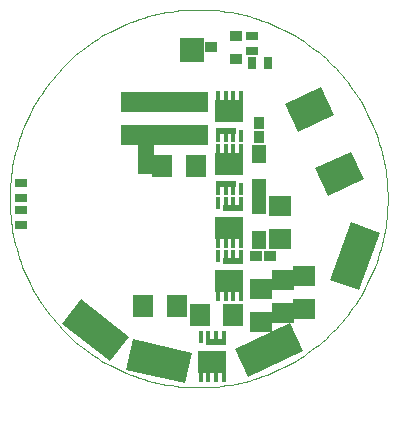
<source format=gts>
G75*
%MOIN*%
%OFA0B0*%
%FSLAX25Y25*%
%IPPOS*%
%LPD*%
%AMOC8*
5,1,8,0,0,1.08239X$1,22.5*
%
%ADD10C,0.00004*%
%ADD11R,0.01778X0.04337*%
%ADD12R,0.06896X0.01975*%
%ADD13R,0.09455X0.07487*%
%ADD14R,0.06699X0.07498*%
%ADD15R,0.05124X0.06306*%
%ADD16R,0.07487X0.06699*%
%ADD17R,0.06699X0.07487*%
%ADD18R,0.03313X0.04042*%
%ADD19R,0.04042X0.03313*%
%ADD20R,0.10243X0.13195*%
%ADD21R,0.03943X0.03156*%
%ADD22R,0.03943X0.03550*%
%ADD23R,0.03156X0.03943*%
%ADD24R,0.10400X0.20400*%
%ADD25R,0.05400X0.10400*%
%ADD26R,0.08274X0.08274*%
D10*
X0003244Y0070252D02*
X0003263Y0071798D01*
X0003320Y0073343D01*
X0003415Y0074886D01*
X0003547Y0076426D01*
X0003718Y0077963D01*
X0003926Y0079495D01*
X0004171Y0081021D01*
X0004454Y0082541D01*
X0004775Y0084054D01*
X0005132Y0085558D01*
X0005526Y0087053D01*
X0005956Y0088538D01*
X0006423Y0090011D01*
X0006926Y0091473D01*
X0007465Y0092923D01*
X0008039Y0094358D01*
X0008648Y0095779D01*
X0009292Y0097185D01*
X0009970Y0098574D01*
X0010682Y0099946D01*
X0011427Y0101301D01*
X0012206Y0102636D01*
X0013017Y0103953D01*
X0013860Y0105248D01*
X0014735Y0106523D01*
X0015640Y0107776D01*
X0016576Y0109007D01*
X0017543Y0110214D01*
X0018538Y0111397D01*
X0019562Y0112555D01*
X0020614Y0113688D01*
X0021694Y0114794D01*
X0022800Y0115874D01*
X0023933Y0116926D01*
X0025091Y0117950D01*
X0026274Y0118945D01*
X0027481Y0119912D01*
X0028712Y0120848D01*
X0029965Y0121753D01*
X0031240Y0122628D01*
X0032535Y0123471D01*
X0033852Y0124282D01*
X0035187Y0125061D01*
X0036542Y0125806D01*
X0037914Y0126518D01*
X0039303Y0127196D01*
X0040709Y0127840D01*
X0042130Y0128449D01*
X0043565Y0129023D01*
X0045015Y0129562D01*
X0046477Y0130065D01*
X0047950Y0130532D01*
X0049435Y0130962D01*
X0050930Y0131356D01*
X0052434Y0131713D01*
X0053947Y0132034D01*
X0055467Y0132317D01*
X0056993Y0132562D01*
X0058525Y0132770D01*
X0060062Y0132941D01*
X0061602Y0133073D01*
X0063145Y0133168D01*
X0064690Y0133225D01*
X0066236Y0133244D01*
X0067782Y0133225D01*
X0069327Y0133168D01*
X0070870Y0133073D01*
X0072410Y0132941D01*
X0073947Y0132770D01*
X0075479Y0132562D01*
X0077005Y0132317D01*
X0078525Y0132034D01*
X0080038Y0131713D01*
X0081542Y0131356D01*
X0083037Y0130962D01*
X0084522Y0130532D01*
X0085995Y0130065D01*
X0087457Y0129562D01*
X0088907Y0129023D01*
X0090342Y0128449D01*
X0091763Y0127840D01*
X0093169Y0127196D01*
X0094558Y0126518D01*
X0095930Y0125806D01*
X0097285Y0125061D01*
X0098620Y0124282D01*
X0099937Y0123471D01*
X0101232Y0122628D01*
X0102507Y0121753D01*
X0103760Y0120848D01*
X0104991Y0119912D01*
X0106198Y0118945D01*
X0107381Y0117950D01*
X0108539Y0116926D01*
X0109672Y0115874D01*
X0110778Y0114794D01*
X0111858Y0113688D01*
X0112910Y0112555D01*
X0113934Y0111397D01*
X0114929Y0110214D01*
X0115896Y0109007D01*
X0116832Y0107776D01*
X0117737Y0106523D01*
X0118612Y0105248D01*
X0119455Y0103953D01*
X0120266Y0102636D01*
X0121045Y0101301D01*
X0121790Y0099946D01*
X0122502Y0098574D01*
X0123180Y0097185D01*
X0123824Y0095779D01*
X0124433Y0094358D01*
X0125007Y0092923D01*
X0125546Y0091473D01*
X0126049Y0090011D01*
X0126516Y0088538D01*
X0126946Y0087053D01*
X0127340Y0085558D01*
X0127697Y0084054D01*
X0128018Y0082541D01*
X0128301Y0081021D01*
X0128546Y0079495D01*
X0128754Y0077963D01*
X0128925Y0076426D01*
X0129057Y0074886D01*
X0129152Y0073343D01*
X0129209Y0071798D01*
X0129228Y0070252D01*
X0129209Y0068706D01*
X0129152Y0067161D01*
X0129057Y0065618D01*
X0128925Y0064078D01*
X0128754Y0062541D01*
X0128546Y0061009D01*
X0128301Y0059483D01*
X0128018Y0057963D01*
X0127697Y0056450D01*
X0127340Y0054946D01*
X0126946Y0053451D01*
X0126516Y0051966D01*
X0126049Y0050493D01*
X0125546Y0049031D01*
X0125007Y0047581D01*
X0124433Y0046146D01*
X0123824Y0044725D01*
X0123180Y0043319D01*
X0122502Y0041930D01*
X0121790Y0040558D01*
X0121045Y0039203D01*
X0120266Y0037868D01*
X0119455Y0036551D01*
X0118612Y0035256D01*
X0117737Y0033981D01*
X0116832Y0032728D01*
X0115896Y0031497D01*
X0114929Y0030290D01*
X0113934Y0029107D01*
X0112910Y0027949D01*
X0111858Y0026816D01*
X0110778Y0025710D01*
X0109672Y0024630D01*
X0108539Y0023578D01*
X0107381Y0022554D01*
X0106198Y0021559D01*
X0104991Y0020592D01*
X0103760Y0019656D01*
X0102507Y0018751D01*
X0101232Y0017876D01*
X0099937Y0017033D01*
X0098620Y0016222D01*
X0097285Y0015443D01*
X0095930Y0014698D01*
X0094558Y0013986D01*
X0093169Y0013308D01*
X0091763Y0012664D01*
X0090342Y0012055D01*
X0088907Y0011481D01*
X0087457Y0010942D01*
X0085995Y0010439D01*
X0084522Y0009972D01*
X0083037Y0009542D01*
X0081542Y0009148D01*
X0080038Y0008791D01*
X0078525Y0008470D01*
X0077005Y0008187D01*
X0075479Y0007942D01*
X0073947Y0007734D01*
X0072410Y0007563D01*
X0070870Y0007431D01*
X0069327Y0007336D01*
X0067782Y0007279D01*
X0066236Y0007260D01*
X0064690Y0007279D01*
X0063145Y0007336D01*
X0061602Y0007431D01*
X0060062Y0007563D01*
X0058525Y0007734D01*
X0056993Y0007942D01*
X0055467Y0008187D01*
X0053947Y0008470D01*
X0052434Y0008791D01*
X0050930Y0009148D01*
X0049435Y0009542D01*
X0047950Y0009972D01*
X0046477Y0010439D01*
X0045015Y0010942D01*
X0043565Y0011481D01*
X0042130Y0012055D01*
X0040709Y0012664D01*
X0039303Y0013308D01*
X0037914Y0013986D01*
X0036542Y0014698D01*
X0035187Y0015443D01*
X0033852Y0016222D01*
X0032535Y0017033D01*
X0031240Y0017876D01*
X0029965Y0018751D01*
X0028712Y0019656D01*
X0027481Y0020592D01*
X0026274Y0021559D01*
X0025091Y0022554D01*
X0023933Y0023578D01*
X0022800Y0024630D01*
X0021694Y0025710D01*
X0020614Y0026816D01*
X0019562Y0027949D01*
X0018538Y0029107D01*
X0017543Y0030290D01*
X0016576Y0031497D01*
X0015640Y0032728D01*
X0014735Y0033981D01*
X0013860Y0035256D01*
X0013017Y0036551D01*
X0012206Y0037868D01*
X0011427Y0039203D01*
X0010682Y0040558D01*
X0009970Y0041930D01*
X0009292Y0043319D01*
X0008648Y0044725D01*
X0008039Y0046146D01*
X0007465Y0047581D01*
X0006926Y0049031D01*
X0006423Y0050493D01*
X0005956Y0051966D01*
X0005526Y0053451D01*
X0005132Y0054946D01*
X0004775Y0056450D01*
X0004454Y0057963D01*
X0004171Y0059483D01*
X0003926Y0061009D01*
X0003718Y0062541D01*
X0003547Y0064078D01*
X0003415Y0065618D01*
X0003320Y0067161D01*
X0003263Y0068706D01*
X0003244Y0070252D01*
D11*
X0066886Y0024091D03*
X0069445Y0024091D03*
X0072004Y0024091D03*
X0074563Y0024091D03*
X0074563Y0011098D03*
X0072004Y0011098D03*
X0069445Y0011098D03*
X0066886Y0011098D03*
X0072634Y0038087D03*
X0075193Y0038087D03*
X0077752Y0038087D03*
X0080311Y0038087D03*
X0080311Y0051079D03*
X0077752Y0051079D03*
X0075193Y0051079D03*
X0072634Y0051079D03*
X0072634Y0055803D03*
X0075193Y0055803D03*
X0077752Y0055803D03*
X0080311Y0055803D03*
X0080311Y0068795D03*
X0077752Y0068795D03*
X0075193Y0068795D03*
X0072634Y0068795D03*
X0072634Y0073520D03*
X0075193Y0073520D03*
X0077752Y0073520D03*
X0080311Y0073520D03*
X0080311Y0086512D03*
X0077752Y0086512D03*
X0075193Y0086512D03*
X0072634Y0086512D03*
X0072634Y0091236D03*
X0075193Y0091236D03*
X0077752Y0091236D03*
X0080311Y0091236D03*
X0080311Y0104228D03*
X0077752Y0104228D03*
X0075193Y0104228D03*
X0072634Y0104228D03*
D12*
X0075193Y0092811D03*
X0075193Y0075094D03*
X0077752Y0067220D03*
X0077752Y0049504D03*
X0072004Y0022516D03*
D13*
X0070724Y0015862D03*
X0076472Y0042850D03*
X0076472Y0060567D03*
X0076472Y0081748D03*
X0076472Y0099465D03*
D14*
X0065299Y0081197D03*
X0054102Y0081197D03*
X0059039Y0034543D03*
X0047843Y0034543D03*
D15*
X0086394Y0056591D03*
X0086394Y0068008D03*
X0086394Y0073835D03*
X0086394Y0085252D03*
D16*
X0093283Y0067673D03*
X0093283Y0056650D03*
X0094189Y0043008D03*
X0101512Y0044425D03*
X0101512Y0033402D03*
X0094189Y0031984D03*
X0086866Y0029150D03*
X0086866Y0040173D03*
X0065843Y0091512D03*
X0058520Y0091512D03*
X0051197Y0091512D03*
X0043874Y0091512D03*
X0043874Y0102535D03*
X0051197Y0102535D03*
X0058520Y0102535D03*
X0065843Y0102535D03*
D17*
X0066709Y0031354D03*
X0077732Y0031354D03*
D18*
X0086394Y0090646D03*
X0086394Y0095370D03*
D19*
X0085213Y0051197D03*
X0089937Y0051197D03*
D20*
G36*
X0116884Y0085915D02*
X0121213Y0076633D01*
X0109256Y0071057D01*
X0104927Y0080339D01*
X0116884Y0085915D01*
G37*
G36*
X0106901Y0107324D02*
X0111230Y0098042D01*
X0099273Y0092466D01*
X0094944Y0101748D01*
X0106901Y0107324D01*
G37*
D21*
X0084031Y0119268D03*
X0084031Y0124386D03*
X0007024Y0075488D03*
X0007024Y0070370D03*
X0007024Y0066512D03*
X0007024Y0061394D03*
D22*
X0070291Y0120606D03*
X0078559Y0116866D03*
X0078559Y0124346D03*
D23*
X0084071Y0115449D03*
X0089189Y0115449D03*
D24*
G36*
X0043138Y0024200D02*
X0036735Y0016005D01*
X0020660Y0028564D01*
X0027063Y0036759D01*
X0043138Y0024200D01*
G37*
G36*
X0064186Y0018797D02*
X0061846Y0008664D01*
X0041970Y0013253D01*
X0044310Y0023386D01*
X0064186Y0018797D01*
G37*
G36*
X0096747Y0028803D02*
X0101142Y0019378D01*
X0082655Y0010757D01*
X0078260Y0020182D01*
X0096747Y0028803D01*
G37*
G36*
X0117036Y0062322D02*
X0126808Y0058765D01*
X0119830Y0039596D01*
X0110058Y0043153D01*
X0117036Y0062322D01*
G37*
D25*
X0048598Y0083559D03*
D26*
X0063953Y0119701D03*
M02*

</source>
